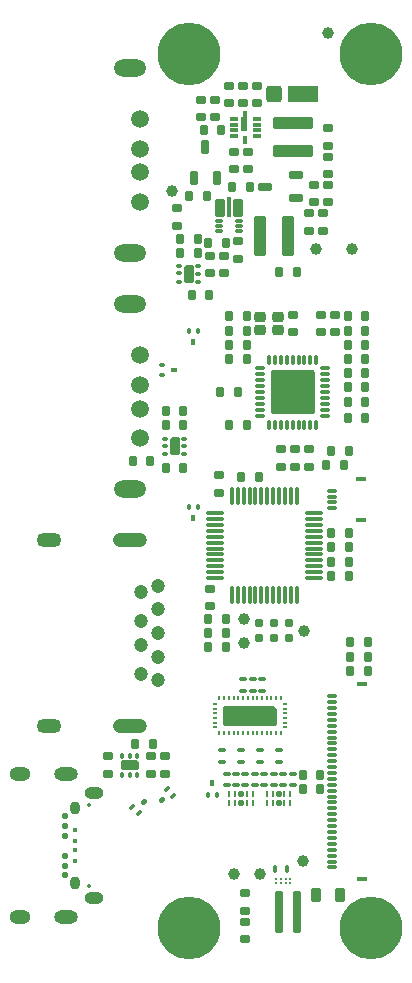
<source format=gts>
G04 #@! TF.GenerationSoftware,KiCad,Pcbnew,9.0.4*
G04 #@! TF.CreationDate,2025-08-21T00:06:41-07:00*
G04 #@! TF.ProjectId,DisplayAdapter,44697370-6c61-4794-9164-61707465722e,rev?*
G04 #@! TF.SameCoordinates,Original*
G04 #@! TF.FileFunction,Soldermask,Top*
G04 #@! TF.FilePolarity,Negative*
%FSLAX46Y46*%
G04 Gerber Fmt 4.6, Leading zero omitted, Abs format (unit mm)*
G04 Created by KiCad (PCBNEW 9.0.4) date 2025-08-21 00:06:41*
%MOMM*%
%LPD*%
G01*
G04 APERTURE LIST*
G04 Aperture macros list*
%AMRoundRect*
0 Rectangle with rounded corners*
0 $1 Rounding radius*
0 $2 $3 $4 $5 $6 $7 $8 $9 X,Y pos of 4 corners*
0 Add a 4 corners polygon primitive as box body*
4,1,4,$2,$3,$4,$5,$6,$7,$8,$9,$2,$3,0*
0 Add four circle primitives for the rounded corners*
1,1,$1+$1,$2,$3*
1,1,$1+$1,$4,$5*
1,1,$1+$1,$6,$7*
1,1,$1+$1,$8,$9*
0 Add four rect primitives between the rounded corners*
20,1,$1+$1,$2,$3,$4,$5,0*
20,1,$1+$1,$4,$5,$6,$7,0*
20,1,$1+$1,$6,$7,$8,$9,0*
20,1,$1+$1,$8,$9,$2,$3,0*%
%AMFreePoly0*
4,1,18,-0.400000,0.600000,-0.200000,0.800000,0.240000,0.800000,0.301229,0.787821,0.353137,0.753137,0.387821,0.701229,0.400000,0.640000,0.400000,-0.640000,0.387821,-0.701229,0.353137,-0.753137,0.301229,-0.787821,0.240000,-0.800000,-0.240000,-0.800000,-0.301229,-0.787821,-0.353137,-0.753137,-0.387821,-0.701229,-0.400000,-0.640000,-0.400000,0.600000,-0.400000,0.600000,$1*%
%AMFreePoly1*
4,1,18,-2.250000,0.765000,-2.243530,0.797528,-2.225104,0.825104,-2.197528,0.843530,-2.165000,0.850000,1.995000,0.850000,2.250000,0.595000,2.250000,-0.765000,2.243530,-0.797528,2.225104,-0.825104,2.197528,-0.843530,2.165000,-0.850000,-2.165000,-0.850000,-2.197528,-0.843530,-2.225104,-0.825104,-2.243530,-0.797528,-2.250000,-0.765000,-2.250000,0.765000,-2.250000,0.765000,$1*%
G04 Aperture macros list end*
%ADD10RoundRect,0.150000X-0.150000X-0.300000X0.150000X-0.300000X0.150000X0.300000X-0.150000X0.300000X0*%
%ADD11RoundRect,0.150000X0.150000X0.300000X-0.150000X0.300000X-0.150000X-0.300000X0.150000X-0.300000X0*%
%ADD12RoundRect,0.045000X0.355000X-0.105000X0.355000X0.105000X-0.355000X0.105000X-0.355000X-0.105000X0*%
%ADD13RoundRect,0.045000X-0.355000X0.105000X-0.355000X-0.105000X0.355000X-0.105000X0.355000X0.105000X0*%
%ADD14RoundRect,0.060000X0.340000X-0.140000X0.340000X0.140000X-0.340000X0.140000X-0.340000X-0.140000X0*%
%ADD15C,1.000000*%
%ADD16RoundRect,0.162500X0.447500X0.162500X-0.447500X0.162500X-0.447500X-0.162500X0.447500X-0.162500X0*%
%ADD17RoundRect,0.090000X-0.310000X-0.210000X0.310000X-0.210000X0.310000X0.210000X-0.310000X0.210000X0*%
%ADD18RoundRect,0.100000X0.200000X-0.100000X0.200000X0.100000X-0.200000X0.100000X-0.200000X-0.100000X0*%
%ADD19RoundRect,0.150000X0.300000X-0.150000X0.300000X0.150000X-0.300000X0.150000X-0.300000X-0.150000X0*%
%ADD20RoundRect,0.150000X1.550000X-0.350000X1.550000X0.350000X-1.550000X0.350000X-1.550000X-0.350000X0*%
%ADD21RoundRect,0.120000X-0.280000X-0.480000X0.280000X-0.480000X0.280000X0.480000X-0.280000X0.480000X0*%
%ADD22RoundRect,0.162500X0.162500X-0.447500X0.162500X0.447500X-0.162500X0.447500X-0.162500X-0.447500X0*%
%ADD23RoundRect,0.095000X-0.130000X-0.095000X0.130000X-0.095000X0.130000X0.095000X-0.130000X0.095000X0*%
%ADD24FreePoly0,0.000000*%
%ADD25RoundRect,0.050000X-0.050000X0.150000X-0.050000X-0.150000X0.050000X-0.150000X0.050000X0.150000X0*%
%ADD26RoundRect,0.050000X-0.150000X-0.050000X0.150000X-0.050000X0.150000X0.050000X-0.150000X0.050000X0*%
%ADD27RoundRect,0.050000X0.150000X0.050000X-0.150000X0.050000X-0.150000X-0.050000X0.150000X-0.050000X0*%
%ADD28RoundRect,0.050000X0.050000X-0.150000X0.050000X0.150000X-0.050000X0.150000X-0.050000X-0.150000X0*%
%ADD29FreePoly1,0.000000*%
%ADD30RoundRect,0.150000X-0.300000X0.150000X-0.300000X-0.150000X0.300000X-0.150000X0.300000X0.150000X0*%
%ADD31RoundRect,0.100000X-0.200000X0.100000X-0.200000X-0.100000X0.200000X-0.100000X0.200000X0.100000X0*%
%ADD32RoundRect,0.090000X-0.210000X0.310000X-0.210000X-0.310000X0.210000X-0.310000X0.210000X0.310000X0*%
%ADD33C,0.220000*%
%ADD34RoundRect,0.100000X0.100000X0.200000X-0.100000X0.200000X-0.100000X-0.200000X0.100000X-0.200000X0*%
%ADD35RoundRect,0.067500X-0.183848X-0.088388X-0.088388X-0.183848X0.183848X0.088388X0.088388X0.183848X0*%
%ADD36RoundRect,0.090000X-0.183848X-0.056569X-0.056569X-0.183848X0.183848X0.056569X0.056569X0.183848X0*%
%ADD37C,0.990600*%
%ADD38C,0.787400*%
%ADD39RoundRect,0.067500X0.192500X-0.067500X0.192500X0.067500X-0.192500X0.067500X-0.192500X-0.067500X0*%
%ADD40RoundRect,0.090000X0.170000X-0.090000X0.170000X0.090000X-0.170000X0.090000X-0.170000X-0.090000X0*%
%ADD41RoundRect,0.067500X0.183848X0.088388X0.088388X0.183848X-0.183848X-0.088388X-0.088388X-0.183848X0*%
%ADD42RoundRect,0.090000X0.183848X0.056569X0.056569X0.183848X-0.183848X-0.056569X-0.056569X-0.183848X0*%
%ADD43RoundRect,0.067500X-0.067500X-0.192500X0.067500X-0.192500X0.067500X0.192500X-0.067500X0.192500X0*%
%ADD44RoundRect,0.090000X-0.090000X-0.170000X0.090000X-0.170000X0.090000X0.170000X-0.090000X0.170000X0*%
%ADD45RoundRect,0.090000X0.310000X0.210000X-0.310000X0.210000X-0.310000X-0.210000X0.310000X-0.210000X0*%
%ADD46RoundRect,0.062500X-0.062500X-0.187500X0.062500X-0.187500X0.062500X0.187500X-0.062500X0.187500X0*%
%ADD47RoundRect,0.062500X0.062500X0.187500X-0.062500X0.187500X-0.062500X-0.187500X0.062500X-0.187500X0*%
%ADD48RoundRect,0.112500X0.112500X0.137500X-0.112500X0.137500X-0.112500X-0.137500X0.112500X-0.137500X0*%
%ADD49RoundRect,0.045000X0.355000X0.105000X-0.355000X0.105000X-0.355000X-0.105000X0.355000X-0.105000X0*%
%ADD50RoundRect,0.060000X0.340000X0.140000X-0.340000X0.140000X-0.340000X-0.140000X0.340000X-0.140000X0*%
%ADD51RoundRect,0.150000X-0.350000X-1.550000X0.350000X-1.550000X0.350000X1.550000X-0.350000X1.550000X0*%
%ADD52RoundRect,0.075000X0.662500X0.075000X-0.662500X0.075000X-0.662500X-0.075000X0.662500X-0.075000X0*%
%ADD53RoundRect,0.075000X0.075000X0.662500X-0.075000X0.662500X-0.075000X-0.662500X0.075000X-0.662500X0*%
%ADD54RoundRect,0.067500X0.067500X0.192500X-0.067500X0.192500X-0.067500X-0.192500X0.067500X-0.192500X0*%
%ADD55RoundRect,0.090000X0.090000X0.170000X-0.090000X0.170000X-0.090000X-0.170000X0.090000X-0.170000X0*%
%ADD56RoundRect,0.210000X1.090000X0.490000X-1.090000X0.490000X-1.090000X-0.490000X1.090000X-0.490000X0*%
%ADD57RoundRect,0.195000X0.455000X0.505000X-0.455000X0.505000X-0.455000X-0.505000X0.455000X-0.505000X0*%
%ADD58RoundRect,0.212500X-0.262500X-0.212500X0.262500X-0.212500X0.262500X0.212500X-0.262500X0.212500X0*%
%ADD59RoundRect,0.053000X0.212000X-0.572000X0.212000X0.572000X-0.212000X0.572000X-0.212000X-0.572000X0*%
%ADD60RoundRect,0.030000X-0.320000X-0.120000X0.320000X-0.120000X0.320000X0.120000X-0.320000X0.120000X0*%
%ADD61RoundRect,0.030000X0.120000X-0.320000X0.120000X0.320000X-0.120000X0.320000X-0.120000X-0.320000X0*%
%ADD62RoundRect,0.140000X0.310000X-0.000010X0.310000X0.000010X-0.310000X0.000010X-0.310000X-0.000010X0*%
%ADD63RoundRect,0.140000X0.000010X0.310000X-0.000010X0.310000X-0.000010X-0.310000X0.000010X-0.310000X0*%
%ADD64RoundRect,0.140000X-0.310000X0.000010X-0.310000X-0.000010X0.310000X-0.000010X0.310000X0.000010X0*%
%ADD65RoundRect,0.140000X-0.000010X-0.310000X0.000010X-0.310000X0.000010X0.310000X-0.000010X0.310000X0*%
%ADD66RoundRect,0.185000X1.665000X-1.665000X1.665000X1.665000X-1.665000X1.665000X-1.665000X-1.665000X0*%
%ADD67RoundRect,0.040000X-0.360000X-0.710000X0.360000X-0.710000X0.360000X0.710000X-0.360000X0.710000X0*%
%ADD68RoundRect,0.030000X-0.270000X-0.120000X0.270000X-0.120000X0.270000X0.120000X-0.270000X0.120000X0*%
%ADD69RoundRect,0.040000X-0.160000X-0.835000X0.160000X-0.835000X0.160000X0.835000X-0.160000X0.835000X0*%
%ADD70RoundRect,0.150000X-0.150000X-1.650000X0.150000X-1.650000X0.150000X1.650000X-0.150000X1.650000X0*%
%ADD71RoundRect,0.095000X-0.095000X0.130000X-0.095000X-0.130000X0.095000X-0.130000X0.095000X0.130000X0*%
%ADD72FreePoly0,270.000000*%
%ADD73RoundRect,0.112500X-0.112500X-0.137500X0.112500X-0.137500X0.112500X0.137500X-0.112500X0.137500X0*%
%ADD74C,1.200000*%
%ADD75RoundRect,0.600000X0.450000X-0.000010X0.450000X0.000010X-0.450000X0.000010X-0.450000X-0.000010X0*%
%ADD76RoundRect,0.600000X0.850000X-0.000010X0.850000X0.000010X-0.850000X0.000010X-0.850000X-0.000010X0*%
%ADD77C,0.350000*%
%ADD78O,0.850000X1.100000*%
%ADD79C,0.550000*%
%ADD80C,0.450000*%
%ADD81O,1.800000X1.150000*%
%ADD82O,2.000000X1.140000*%
%ADD83O,1.600000X1.000000*%
%ADD84O,2.000000X1.150000*%
%ADD85C,1.520000*%
%ADD86RoundRect,0.750000X-0.600000X-0.000010X0.600000X-0.000010X0.600000X0.000010X-0.600000X0.000010X0*%
%ADD87C,5.300000*%
G04 APERTURE END LIST*
D10*
X67650000Y-82750000D03*
X69150000Y-82750000D03*
D11*
X66750000Y-102050000D03*
X65250000Y-102050000D03*
D12*
X67700000Y-79450000D03*
D13*
X67700000Y-78950000D03*
D12*
X67700000Y-78450000D03*
X67700000Y-77950000D03*
D14*
X70200000Y-80450000D03*
X70200000Y-76950000D03*
D15*
X59400000Y-110400000D03*
D16*
X64710000Y-53150000D03*
X64710000Y-51250000D03*
X62090000Y-52200000D03*
D15*
X61600000Y-110400000D03*
D11*
X70550000Y-65600000D03*
X69050000Y-65600000D03*
D10*
X67650000Y-85150000D03*
X69150000Y-85150000D03*
D17*
X67400000Y-51100000D03*
X67400000Y-49700000D03*
D18*
X61800000Y-93900000D03*
X61800000Y-94900000D03*
D11*
X60750000Y-52200000D03*
X59250000Y-52200000D03*
D10*
X69250000Y-90800000D03*
X70750000Y-90800000D03*
D19*
X57400000Y-59550000D03*
X57400000Y-58050000D03*
D11*
X61550000Y-76800000D03*
X60050000Y-76800000D03*
D20*
X64400000Y-49200000D03*
X64400000Y-46800000D03*
D21*
X66400000Y-112200000D03*
X68400000Y-112200000D03*
D11*
X56350000Y-57800000D03*
X54850000Y-57800000D03*
D17*
X60400000Y-115900000D03*
X60400000Y-114500000D03*
D22*
X56050000Y-51510000D03*
X57950000Y-51510000D03*
X57000000Y-48890000D03*
D10*
X67250000Y-75800000D03*
X68750000Y-75800000D03*
D23*
X56425000Y-58950000D03*
X56425000Y-59600000D03*
X56425000Y-60250000D03*
X54775000Y-60250000D03*
X54775000Y-59550000D03*
X54775000Y-58950000D03*
D24*
X55600000Y-59600000D03*
D10*
X59050000Y-72400000D03*
X60550000Y-72400000D03*
X56850000Y-47400000D03*
X58350000Y-47400000D03*
X69250000Y-92000000D03*
X70750000Y-92000000D03*
D18*
X61000000Y-93900000D03*
X61000000Y-94900000D03*
D15*
X54200000Y-52600000D03*
D23*
X55225000Y-73550000D03*
X55225000Y-74200000D03*
X55225000Y-74850000D03*
X53575000Y-74850000D03*
X53575000Y-74150000D03*
X53575000Y-73550000D03*
D24*
X54400000Y-74200000D03*
D19*
X60600000Y-50750000D03*
X60600000Y-49250000D03*
D11*
X55150000Y-72400000D03*
X53650000Y-72400000D03*
D10*
X67650000Y-81500000D03*
X69150000Y-81500000D03*
D25*
X63400000Y-95525000D03*
X63000000Y-95525000D03*
X62600000Y-95525000D03*
X62200000Y-95525000D03*
X61800000Y-95525000D03*
X61400000Y-95525000D03*
X61000000Y-95525000D03*
X60600000Y-95525000D03*
X60200000Y-95525000D03*
X59800000Y-95525000D03*
X59400000Y-95525000D03*
X59000000Y-95525000D03*
X58600000Y-95525000D03*
X58200000Y-95525000D03*
D26*
X57825000Y-96000000D03*
X57825000Y-96400000D03*
X57825000Y-96800000D03*
X57825000Y-97200000D03*
X57825000Y-97600000D03*
D27*
X57825000Y-98000000D03*
D28*
X58200000Y-98475000D03*
D25*
X58600000Y-98475000D03*
X59000000Y-98475000D03*
X59400000Y-98475000D03*
X59800000Y-98475000D03*
X60200000Y-98475000D03*
X60600000Y-98475000D03*
X61000000Y-98475000D03*
X61400000Y-98475000D03*
X61800000Y-98475000D03*
X62200000Y-98475000D03*
X62600000Y-98475000D03*
X63000000Y-98475000D03*
X63400000Y-98475000D03*
D26*
X63775000Y-98000000D03*
X63775000Y-97600000D03*
X63775000Y-97200000D03*
X63775000Y-96800000D03*
X63775000Y-96400000D03*
X63775000Y-96000000D03*
D29*
X60800000Y-97000000D03*
D30*
X58200000Y-76650000D03*
X58200000Y-78150000D03*
D19*
X52400000Y-101950000D03*
X52400000Y-100450000D03*
X64600000Y-75950000D03*
X64600000Y-74450000D03*
D31*
X58400000Y-100900000D03*
X58400000Y-99900000D03*
D19*
X59000000Y-45150000D03*
X59000000Y-43650000D03*
D32*
X69100000Y-63200000D03*
X70500000Y-63200000D03*
D30*
X68000000Y-63050000D03*
X68000000Y-64550000D03*
D33*
X64200000Y-110800000D03*
X64200000Y-111200000D03*
X63800000Y-110800000D03*
X63800000Y-111200000D03*
X63400000Y-110800000D03*
X63400000Y-111200000D03*
X63000000Y-110800000D03*
X63000000Y-111200000D03*
D34*
X62900000Y-110000000D03*
X63900000Y-110000000D03*
D10*
X67650000Y-74600000D03*
X69150000Y-74600000D03*
D35*
X54304325Y-103761360D03*
X53738640Y-103195675D03*
D36*
X53328518Y-104171482D03*
D18*
X60200000Y-93900000D03*
X60200000Y-94900000D03*
D10*
X55850000Y-61400000D03*
X57350000Y-61400000D03*
D37*
X65340000Y-89800000D03*
X60260000Y-90816000D03*
X60260000Y-88784000D03*
D38*
X64070000Y-89165000D03*
X64070000Y-90435000D03*
X62800000Y-89165000D03*
X62800000Y-90435000D03*
X61530000Y-89165000D03*
X61530000Y-90435000D03*
D31*
X64400000Y-102900000D03*
X64400000Y-101900000D03*
D10*
X69050000Y-66800000D03*
X70550000Y-66800000D03*
D15*
X65250000Y-109300000D03*
D39*
X53360000Y-67350000D03*
X53360000Y-68150000D03*
D40*
X54340000Y-67750000D03*
D11*
X56350000Y-56600000D03*
X54850000Y-56600000D03*
D19*
X65800000Y-55950000D03*
X65800000Y-54450000D03*
D41*
X50820675Y-104713640D03*
X51386360Y-105279325D03*
D42*
X51796482Y-104303518D03*
D11*
X70550000Y-64400000D03*
X69050000Y-64400000D03*
D43*
X56400000Y-79310000D03*
X55600000Y-79310000D03*
D44*
X56000000Y-80290000D03*
D31*
X62000000Y-102900000D03*
X62000000Y-101900000D03*
D10*
X59050000Y-66800000D03*
X60550000Y-66800000D03*
X53650000Y-76000000D03*
X55150000Y-76000000D03*
D15*
X69400000Y-57450000D03*
D11*
X52550000Y-99400000D03*
X51050000Y-99400000D03*
X55150000Y-71200000D03*
X53650000Y-71200000D03*
X58750000Y-57000000D03*
X57250000Y-57000000D03*
D10*
X57250000Y-88800000D03*
X58750000Y-88800000D03*
X58250000Y-69600000D03*
X59750000Y-69600000D03*
D30*
X63400000Y-74450000D03*
X63400000Y-75950000D03*
D15*
X67400000Y-39200000D03*
D11*
X70550000Y-69200000D03*
X69050000Y-69200000D03*
D31*
X59600000Y-102900000D03*
X59600000Y-101900000D03*
D10*
X57250000Y-90000000D03*
X58750000Y-90000000D03*
D11*
X66750000Y-103250000D03*
X65250000Y-103250000D03*
D45*
X67400000Y-52100000D03*
X67400000Y-53500000D03*
D46*
X59000000Y-104400000D03*
D47*
X59500000Y-104400000D03*
D48*
X60000000Y-104400000D03*
D47*
X60500000Y-104400000D03*
X61000000Y-104400000D03*
X61000000Y-103600000D03*
X60500000Y-103600000D03*
D48*
X60000000Y-103600000D03*
D47*
X59500000Y-103600000D03*
X59000000Y-103600000D03*
D49*
X67750000Y-109850000D03*
X67750000Y-109350000D03*
X67750000Y-108850000D03*
X67750000Y-108350000D03*
X67750000Y-107850000D03*
X67750000Y-107350000D03*
X67750000Y-106850000D03*
X67750000Y-106350000D03*
X67750000Y-105850000D03*
X67750000Y-105350000D03*
X67750000Y-104850000D03*
X67750000Y-104350000D03*
X67750000Y-103850000D03*
X67750000Y-103350000D03*
X67750000Y-102850000D03*
X67750000Y-102350000D03*
X67750000Y-101850000D03*
X67750000Y-101350000D03*
X67750000Y-100850000D03*
X67750000Y-100350000D03*
X67750000Y-99850000D03*
X67750000Y-99350000D03*
X67750000Y-98850000D03*
X67750000Y-98350000D03*
X67750000Y-97850000D03*
X67750000Y-97350000D03*
X67750000Y-96850000D03*
X67750000Y-96350000D03*
X67750000Y-95850000D03*
X67750000Y-95350000D03*
D50*
X70250000Y-110850000D03*
X70250000Y-94350000D03*
D15*
X66400000Y-57450000D03*
D51*
X61600000Y-56400000D03*
X64000000Y-56400000D03*
D32*
X69100000Y-68000000D03*
X70500000Y-68000000D03*
D52*
X66162500Y-85350000D03*
X66162500Y-84850000D03*
X66162500Y-84350000D03*
X66162500Y-83850000D03*
X66162500Y-83350000D03*
X66162500Y-82850000D03*
X66162500Y-82350000D03*
X66162500Y-81850000D03*
X66162500Y-81350000D03*
X66162500Y-80850000D03*
X66162500Y-80350000D03*
X66162500Y-79850000D03*
D53*
X64750000Y-78437500D03*
X64250000Y-78437500D03*
X63750000Y-78437500D03*
X63250000Y-78437500D03*
X62750000Y-78437500D03*
X62250000Y-78437500D03*
X61750000Y-78437500D03*
X61250000Y-78437500D03*
X60750000Y-78437500D03*
X60250000Y-78437500D03*
X59750000Y-78437500D03*
X59250000Y-78437500D03*
D52*
X57837500Y-79850000D03*
X57837500Y-80350000D03*
X57837500Y-80850000D03*
X57837500Y-81350000D03*
X57837500Y-81850000D03*
X57837500Y-82350000D03*
X57837500Y-82850000D03*
X57837500Y-83350000D03*
X57837500Y-83850000D03*
X57837500Y-84350000D03*
X57837500Y-84850000D03*
X57837500Y-85350000D03*
D53*
X59250000Y-86762500D03*
X59750000Y-86762500D03*
X60250000Y-86762500D03*
X60750000Y-86762500D03*
X61250000Y-86762500D03*
X61750000Y-86762500D03*
X62250000Y-86762500D03*
X62750000Y-86762500D03*
X63250000Y-86762500D03*
X63750000Y-86762500D03*
X64250000Y-86762500D03*
X64750000Y-86762500D03*
D11*
X60550000Y-64400000D03*
X59050000Y-64400000D03*
D19*
X66200000Y-53550000D03*
X66200000Y-52050000D03*
D11*
X60550000Y-65600000D03*
X59050000Y-65600000D03*
D54*
X57200000Y-103690000D03*
X58000000Y-103690000D03*
D55*
X57600000Y-102710000D03*
D19*
X53600000Y-101950000D03*
X53600000Y-100450000D03*
D30*
X54600000Y-54050000D03*
X54600000Y-55550000D03*
D43*
X56400000Y-64410000D03*
X55600000Y-64410000D03*
D44*
X56000000Y-65390000D03*
D30*
X59800000Y-56850000D03*
X59800000Y-58350000D03*
D31*
X61200000Y-102900000D03*
X61200000Y-101900000D03*
D30*
X67000000Y-54450000D03*
X67000000Y-55950000D03*
D10*
X69250000Y-93200000D03*
X70750000Y-93200000D03*
D19*
X67400000Y-48750000D03*
X67400000Y-47250000D03*
D56*
X65300000Y-44400000D03*
D57*
X62850000Y-44400000D03*
D19*
X60200000Y-45150000D03*
X60200000Y-43650000D03*
D11*
X70550000Y-70400000D03*
X69050000Y-70400000D03*
D31*
X60000000Y-100900000D03*
X60000000Y-99900000D03*
X60400000Y-102900000D03*
X60400000Y-101900000D03*
D11*
X70550000Y-71800000D03*
X69050000Y-71800000D03*
D58*
X61675000Y-64375000D03*
X61675000Y-63225000D03*
X63125000Y-63225000D03*
X63125000Y-64375000D03*
D11*
X60550000Y-63200000D03*
X59050000Y-63200000D03*
D19*
X65800000Y-75950000D03*
X65800000Y-74450000D03*
X56600000Y-46350000D03*
X56600000Y-44850000D03*
D10*
X57250000Y-91200000D03*
X58750000Y-91200000D03*
D30*
X58600000Y-58050000D03*
X58600000Y-59550000D03*
D59*
X60285000Y-46945000D03*
D60*
X59450000Y-46450000D03*
X59450000Y-46950000D03*
X59450000Y-47450000D03*
X59450000Y-47950000D03*
D61*
X60400000Y-48250000D03*
D60*
X61350000Y-47950000D03*
X61350000Y-47450000D03*
X61350000Y-46950000D03*
X61350000Y-46450000D03*
D61*
X60400000Y-46150000D03*
D31*
X62800000Y-102900000D03*
X62800000Y-101900000D03*
D11*
X64750000Y-59400000D03*
X63250000Y-59400000D03*
D62*
X61650000Y-67600000D03*
X61650000Y-68100000D03*
X61650000Y-68600000D03*
X61650000Y-69100000D03*
X61650000Y-69600000D03*
X61650000Y-70100000D03*
X61650000Y-70600000D03*
X61650000Y-71100000D03*
X61650000Y-71600000D03*
D63*
X62400000Y-72350000D03*
X62900000Y-72350000D03*
X63400000Y-72350000D03*
X63900000Y-72350000D03*
X64400000Y-72350000D03*
X64900000Y-72350000D03*
X65400000Y-72350000D03*
X65900000Y-72350000D03*
X66400000Y-72350000D03*
D64*
X67150000Y-71600000D03*
X67150000Y-71100000D03*
X67150000Y-70600000D03*
X67150000Y-70100000D03*
X67150000Y-69600000D03*
X67150000Y-69100000D03*
X67150000Y-68600000D03*
X67150000Y-68100000D03*
X67150000Y-67600000D03*
D65*
X66400000Y-66850000D03*
X65900000Y-66850000D03*
X65400000Y-66850000D03*
X64900000Y-66850000D03*
X64400000Y-66850000D03*
X63900000Y-66850000D03*
X63400000Y-66850000D03*
X62900000Y-66850000D03*
X62400000Y-66850000D03*
D66*
X64400000Y-69600000D03*
D19*
X57800000Y-46350000D03*
X57800000Y-44850000D03*
D67*
X58250000Y-54050000D03*
D68*
X58150000Y-55100000D03*
X58150000Y-55550000D03*
X58150000Y-56000000D03*
X59850000Y-56000000D03*
X59850000Y-55550000D03*
X59850000Y-55100000D03*
D67*
X59750000Y-54050000D03*
D69*
X59000000Y-53925000D03*
D31*
X63200000Y-100900000D03*
X63200000Y-99900000D03*
D19*
X60400000Y-113550000D03*
X60400000Y-112050000D03*
D10*
X67650000Y-83950000D03*
X69150000Y-83950000D03*
D11*
X57150000Y-53000000D03*
X55650000Y-53000000D03*
D30*
X66800000Y-63050000D03*
X66800000Y-64550000D03*
D31*
X61600000Y-100900000D03*
X61600000Y-99900000D03*
D19*
X59400000Y-50750000D03*
X59400000Y-49250000D03*
D70*
X63250000Y-113600000D03*
X64750000Y-113600000D03*
D45*
X57400000Y-86300000D03*
X57400000Y-87700000D03*
D30*
X48800000Y-100450000D03*
X48800000Y-101950000D03*
D31*
X58800000Y-102900000D03*
X58800000Y-101900000D03*
D30*
X64400000Y-63050000D03*
X64400000Y-64550000D03*
D19*
X61400000Y-45150000D03*
X61400000Y-43650000D03*
D11*
X52350000Y-75400000D03*
X50850000Y-75400000D03*
D31*
X63600000Y-102900000D03*
X63600000Y-101900000D03*
D71*
X51250000Y-102025000D03*
X50600000Y-102025000D03*
X49950000Y-102025000D03*
X49950000Y-100375000D03*
X50650000Y-100375000D03*
X51250000Y-100375000D03*
D72*
X50600000Y-101200000D03*
D47*
X64200000Y-103600000D03*
D46*
X63700000Y-103600000D03*
D73*
X63200000Y-103600000D03*
D46*
X62700000Y-103600000D03*
X62200000Y-103600000D03*
X62200000Y-104400000D03*
X62700000Y-104400000D03*
D73*
X63200000Y-104400000D03*
D46*
X63700000Y-104400000D03*
X64200000Y-104400000D03*
D74*
X51530000Y-93500000D03*
X51530000Y-91000000D03*
X51530000Y-89000000D03*
X51530000Y-86500000D03*
X53030000Y-86000000D03*
X53030000Y-88000000D03*
X53030000Y-90000000D03*
X53030000Y-92000000D03*
X53030000Y-94000000D03*
D75*
X43800000Y-97850000D03*
D76*
X50600000Y-97850000D03*
D75*
X43800000Y-82150000D03*
D76*
X50600000Y-82150000D03*
D77*
X47150000Y-111450000D03*
X47150000Y-104550000D03*
D78*
X46010000Y-104800000D03*
D79*
X45110000Y-105500000D03*
X45110000Y-106300000D03*
D80*
X46010000Y-106700000D03*
D79*
X45110000Y-107150000D03*
D80*
X46010000Y-107600000D03*
X46010000Y-108400000D03*
D79*
X45110000Y-108850000D03*
D80*
X46010000Y-109300000D03*
D79*
X45110000Y-109700000D03*
X45110000Y-110500000D03*
D78*
X46010000Y-111200000D03*
D81*
X41350000Y-114075000D03*
D82*
X45210000Y-114075000D03*
D83*
X47550000Y-112465000D03*
X47550000Y-103535000D03*
D81*
X41350000Y-101925000D03*
D84*
X45210000Y-101925000D03*
D85*
X51450000Y-73500000D03*
X51450000Y-71000000D03*
X51450000Y-69000000D03*
X51450000Y-66500000D03*
D86*
X50600000Y-77850000D03*
X50600000Y-62150000D03*
D87*
X55600000Y-115000000D03*
X71000000Y-41000000D03*
D85*
X51450000Y-53500000D03*
X51450000Y-51000000D03*
X51450000Y-49000000D03*
X51450000Y-46500000D03*
D86*
X50600000Y-57850000D03*
X50600000Y-42150000D03*
D87*
X71000000Y-115000000D03*
X55600000Y-41000000D03*
M02*

</source>
